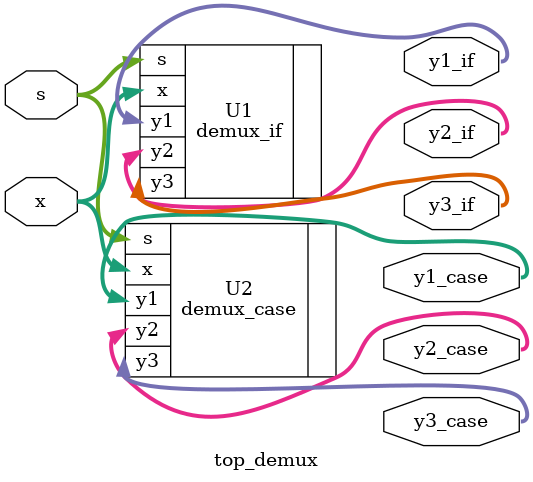
<source format=sv>
module top_demux(
	input logic [1:0] s,
	input logic [15:0] x,
	
	output logic [15:0] y1_if,
	output logic [15:0] y2_if,
	output logic [15:0] y3_if,
	
	output logic [15:0] y1_case,
	output logic [15:0] y2_case,
	output logic [15:0] y3_case
);

demux_if U1 ( .s(s), .x(x), .y1(y1_if), .y2(y2_if), .y3(y3_if) );
demux_case U2 ( .s(s), .x(x), .y1(y1_case), .y2(y2_case), .y3(y3_case) );

endmodule

</source>
